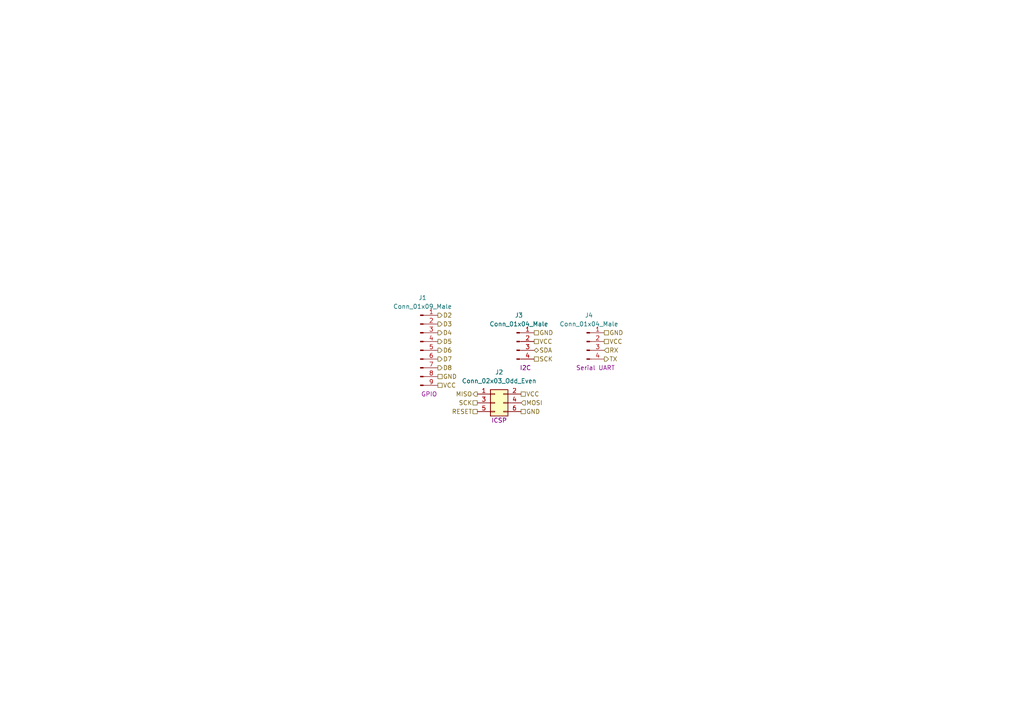
<source format=kicad_sch>
(kicad_sch (version 20211123) (generator eeschema)

  (uuid 443b023a-51d0-4819-a2c2-6ba23997c7b7)

  (paper "A4")

  (lib_symbols
    (symbol "Connector:Conn_01x04_Male" (pin_names (offset 1.016) hide) (in_bom yes) (on_board yes)
      (property "Reference" "J" (id 0) (at 0 5.08 0)
        (effects (font (size 1.27 1.27)))
      )
      (property "Value" "Conn_01x04_Male" (id 1) (at 0 -7.62 0)
        (effects (font (size 1.27 1.27)))
      )
      (property "Footprint" "" (id 2) (at 0 0 0)
        (effects (font (size 1.27 1.27)) hide)
      )
      (property "Datasheet" "~" (id 3) (at 0 0 0)
        (effects (font (size 1.27 1.27)) hide)
      )
      (property "ki_keywords" "connector" (id 4) (at 0 0 0)
        (effects (font (size 1.27 1.27)) hide)
      )
      (property "ki_description" "Generic connector, single row, 01x04, script generated (kicad-library-utils/schlib/autogen/connector/)" (id 5) (at 0 0 0)
        (effects (font (size 1.27 1.27)) hide)
      )
      (property "ki_fp_filters" "Connector*:*_1x??_*" (id 6) (at 0 0 0)
        (effects (font (size 1.27 1.27)) hide)
      )
      (symbol "Conn_01x04_Male_1_1"
        (polyline
          (pts
            (xy 1.27 -5.08)
            (xy 0.8636 -5.08)
          )
          (stroke (width 0.1524) (type default) (color 0 0 0 0))
          (fill (type none))
        )
        (polyline
          (pts
            (xy 1.27 -2.54)
            (xy 0.8636 -2.54)
          )
          (stroke (width 0.1524) (type default) (color 0 0 0 0))
          (fill (type none))
        )
        (polyline
          (pts
            (xy 1.27 0)
            (xy 0.8636 0)
          )
          (stroke (width 0.1524) (type default) (color 0 0 0 0))
          (fill (type none))
        )
        (polyline
          (pts
            (xy 1.27 2.54)
            (xy 0.8636 2.54)
          )
          (stroke (width 0.1524) (type default) (color 0 0 0 0))
          (fill (type none))
        )
        (rectangle (start 0.8636 -4.953) (end 0 -5.207)
          (stroke (width 0.1524) (type default) (color 0 0 0 0))
          (fill (type outline))
        )
        (rectangle (start 0.8636 -2.413) (end 0 -2.667)
          (stroke (width 0.1524) (type default) (color 0 0 0 0))
          (fill (type outline))
        )
        (rectangle (start 0.8636 0.127) (end 0 -0.127)
          (stroke (width 0.1524) (type default) (color 0 0 0 0))
          (fill (type outline))
        )
        (rectangle (start 0.8636 2.667) (end 0 2.413)
          (stroke (width 0.1524) (type default) (color 0 0 0 0))
          (fill (type outline))
        )
        (pin passive line (at 5.08 2.54 180) (length 3.81)
          (name "Pin_1" (effects (font (size 1.27 1.27))))
          (number "1" (effects (font (size 1.27 1.27))))
        )
        (pin passive line (at 5.08 0 180) (length 3.81)
          (name "Pin_2" (effects (font (size 1.27 1.27))))
          (number "2" (effects (font (size 1.27 1.27))))
        )
        (pin passive line (at 5.08 -2.54 180) (length 3.81)
          (name "Pin_3" (effects (font (size 1.27 1.27))))
          (number "3" (effects (font (size 1.27 1.27))))
        )
        (pin passive line (at 5.08 -5.08 180) (length 3.81)
          (name "Pin_4" (effects (font (size 1.27 1.27))))
          (number "4" (effects (font (size 1.27 1.27))))
        )
      )
    )
    (symbol "Connector:Conn_01x09_Male" (pin_names (offset 1.016) hide) (in_bom yes) (on_board yes)
      (property "Reference" "J" (id 0) (at 0 12.7 0)
        (effects (font (size 1.27 1.27)))
      )
      (property "Value" "Conn_01x09_Male" (id 1) (at 0 -12.7 0)
        (effects (font (size 1.27 1.27)))
      )
      (property "Footprint" "" (id 2) (at 0 0 0)
        (effects (font (size 1.27 1.27)) hide)
      )
      (property "Datasheet" "~" (id 3) (at 0 0 0)
        (effects (font (size 1.27 1.27)) hide)
      )
      (property "ki_keywords" "connector" (id 4) (at 0 0 0)
        (effects (font (size 1.27 1.27)) hide)
      )
      (property "ki_description" "Generic connector, single row, 01x09, script generated (kicad-library-utils/schlib/autogen/connector/)" (id 5) (at 0 0 0)
        (effects (font (size 1.27 1.27)) hide)
      )
      (property "ki_fp_filters" "Connector*:*_1x??_*" (id 6) (at 0 0 0)
        (effects (font (size 1.27 1.27)) hide)
      )
      (symbol "Conn_01x09_Male_1_1"
        (polyline
          (pts
            (xy 1.27 -10.16)
            (xy 0.8636 -10.16)
          )
          (stroke (width 0.1524) (type default) (color 0 0 0 0))
          (fill (type none))
        )
        (polyline
          (pts
            (xy 1.27 -7.62)
            (xy 0.8636 -7.62)
          )
          (stroke (width 0.1524) (type default) (color 0 0 0 0))
          (fill (type none))
        )
        (polyline
          (pts
            (xy 1.27 -5.08)
            (xy 0.8636 -5.08)
          )
          (stroke (width 0.1524) (type default) (color 0 0 0 0))
          (fill (type none))
        )
        (polyline
          (pts
            (xy 1.27 -2.54)
            (xy 0.8636 -2.54)
          )
          (stroke (width 0.1524) (type default) (color 0 0 0 0))
          (fill (type none))
        )
        (polyline
          (pts
            (xy 1.27 0)
            (xy 0.8636 0)
          )
          (stroke (width 0.1524) (type default) (color 0 0 0 0))
          (fill (type none))
        )
        (polyline
          (pts
            (xy 1.27 2.54)
            (xy 0.8636 2.54)
          )
          (stroke (width 0.1524) (type default) (color 0 0 0 0))
          (fill (type none))
        )
        (polyline
          (pts
            (xy 1.27 5.08)
            (xy 0.8636 5.08)
          )
          (stroke (width 0.1524) (type default) (color 0 0 0 0))
          (fill (type none))
        )
        (polyline
          (pts
            (xy 1.27 7.62)
            (xy 0.8636 7.62)
          )
          (stroke (width 0.1524) (type default) (color 0 0 0 0))
          (fill (type none))
        )
        (polyline
          (pts
            (xy 1.27 10.16)
            (xy 0.8636 10.16)
          )
          (stroke (width 0.1524) (type default) (color 0 0 0 0))
          (fill (type none))
        )
        (rectangle (start 0.8636 -10.033) (end 0 -10.287)
          (stroke (width 0.1524) (type default) (color 0 0 0 0))
          (fill (type outline))
        )
        (rectangle (start 0.8636 -7.493) (end 0 -7.747)
          (stroke (width 0.1524) (type default) (color 0 0 0 0))
          (fill (type outline))
        )
        (rectangle (start 0.8636 -4.953) (end 0 -5.207)
          (stroke (width 0.1524) (type default) (color 0 0 0 0))
          (fill (type outline))
        )
        (rectangle (start 0.8636 -2.413) (end 0 -2.667)
          (stroke (width 0.1524) (type default) (color 0 0 0 0))
          (fill (type outline))
        )
        (rectangle (start 0.8636 0.127) (end 0 -0.127)
          (stroke (width 0.1524) (type default) (color 0 0 0 0))
          (fill (type outline))
        )
        (rectangle (start 0.8636 2.667) (end 0 2.413)
          (stroke (width 0.1524) (type default) (color 0 0 0 0))
          (fill (type outline))
        )
        (rectangle (start 0.8636 5.207) (end 0 4.953)
          (stroke (width 0.1524) (type default) (color 0 0 0 0))
          (fill (type outline))
        )
        (rectangle (start 0.8636 7.747) (end 0 7.493)
          (stroke (width 0.1524) (type default) (color 0 0 0 0))
          (fill (type outline))
        )
        (rectangle (start 0.8636 10.287) (end 0 10.033)
          (stroke (width 0.1524) (type default) (color 0 0 0 0))
          (fill (type outline))
        )
        (pin passive line (at 5.08 10.16 180) (length 3.81)
          (name "Pin_1" (effects (font (size 1.27 1.27))))
          (number "1" (effects (font (size 1.27 1.27))))
        )
        (pin passive line (at 5.08 7.62 180) (length 3.81)
          (name "Pin_2" (effects (font (size 1.27 1.27))))
          (number "2" (effects (font (size 1.27 1.27))))
        )
        (pin passive line (at 5.08 5.08 180) (length 3.81)
          (name "Pin_3" (effects (font (size 1.27 1.27))))
          (number "3" (effects (font (size 1.27 1.27))))
        )
        (pin passive line (at 5.08 2.54 180) (length 3.81)
          (name "Pin_4" (effects (font (size 1.27 1.27))))
          (number "4" (effects (font (size 1.27 1.27))))
        )
        (pin passive line (at 5.08 0 180) (length 3.81)
          (name "Pin_5" (effects (font (size 1.27 1.27))))
          (number "5" (effects (font (size 1.27 1.27))))
        )
        (pin passive line (at 5.08 -2.54 180) (length 3.81)
          (name "Pin_6" (effects (font (size 1.27 1.27))))
          (number "6" (effects (font (size 1.27 1.27))))
        )
        (pin passive line (at 5.08 -5.08 180) (length 3.81)
          (name "Pin_7" (effects (font (size 1.27 1.27))))
          (number "7" (effects (font (size 1.27 1.27))))
        )
        (pin passive line (at 5.08 -7.62 180) (length 3.81)
          (name "Pin_8" (effects (font (size 1.27 1.27))))
          (number "8" (effects (font (size 1.27 1.27))))
        )
        (pin passive line (at 5.08 -10.16 180) (length 3.81)
          (name "Pin_9" (effects (font (size 1.27 1.27))))
          (number "9" (effects (font (size 1.27 1.27))))
        )
      )
    )
    (symbol "Connector_Generic:Conn_02x03_Odd_Even" (pin_names (offset 1.016) hide) (in_bom yes) (on_board yes)
      (property "Reference" "J" (id 0) (at 1.27 5.08 0)
        (effects (font (size 1.27 1.27)))
      )
      (property "Value" "Conn_02x03_Odd_Even" (id 1) (at 1.27 -5.08 0)
        (effects (font (size 1.27 1.27)))
      )
      (property "Footprint" "" (id 2) (at 0 0 0)
        (effects (font (size 1.27 1.27)) hide)
      )
      (property "Datasheet" "~" (id 3) (at 0 0 0)
        (effects (font (size 1.27 1.27)) hide)
      )
      (property "ki_keywords" "connector" (id 4) (at 0 0 0)
        (effects (font (size 1.27 1.27)) hide)
      )
      (property "ki_description" "Generic connector, double row, 02x03, odd/even pin numbering scheme (row 1 odd numbers, row 2 even numbers), script generated (kicad-library-utils/schlib/autogen/connector/)" (id 5) (at 0 0 0)
        (effects (font (size 1.27 1.27)) hide)
      )
      (property "ki_fp_filters" "Connector*:*_2x??_*" (id 6) (at 0 0 0)
        (effects (font (size 1.27 1.27)) hide)
      )
      (symbol "Conn_02x03_Odd_Even_1_1"
        (rectangle (start -1.27 -2.413) (end 0 -2.667)
          (stroke (width 0.1524) (type default) (color 0 0 0 0))
          (fill (type none))
        )
        (rectangle (start -1.27 0.127) (end 0 -0.127)
          (stroke (width 0.1524) (type default) (color 0 0 0 0))
          (fill (type none))
        )
        (rectangle (start -1.27 2.667) (end 0 2.413)
          (stroke (width 0.1524) (type default) (color 0 0 0 0))
          (fill (type none))
        )
        (rectangle (start -1.27 3.81) (end 3.81 -3.81)
          (stroke (width 0.254) (type default) (color 0 0 0 0))
          (fill (type background))
        )
        (rectangle (start 3.81 -2.413) (end 2.54 -2.667)
          (stroke (width 0.1524) (type default) (color 0 0 0 0))
          (fill (type none))
        )
        (rectangle (start 3.81 0.127) (end 2.54 -0.127)
          (stroke (width 0.1524) (type default) (color 0 0 0 0))
          (fill (type none))
        )
        (rectangle (start 3.81 2.667) (end 2.54 2.413)
          (stroke (width 0.1524) (type default) (color 0 0 0 0))
          (fill (type none))
        )
        (pin passive line (at -5.08 2.54 0) (length 3.81)
          (name "Pin_1" (effects (font (size 1.27 1.27))))
          (number "1" (effects (font (size 1.27 1.27))))
        )
        (pin passive line (at 7.62 2.54 180) (length 3.81)
          (name "Pin_2" (effects (font (size 1.27 1.27))))
          (number "2" (effects (font (size 1.27 1.27))))
        )
        (pin passive line (at -5.08 0 0) (length 3.81)
          (name "Pin_3" (effects (font (size 1.27 1.27))))
          (number "3" (effects (font (size 1.27 1.27))))
        )
        (pin passive line (at 7.62 0 180) (length 3.81)
          (name "Pin_4" (effects (font (size 1.27 1.27))))
          (number "4" (effects (font (size 1.27 1.27))))
        )
        (pin passive line (at -5.08 -2.54 0) (length 3.81)
          (name "Pin_5" (effects (font (size 1.27 1.27))))
          (number "5" (effects (font (size 1.27 1.27))))
        )
        (pin passive line (at 7.62 -2.54 180) (length 3.81)
          (name "Pin_6" (effects (font (size 1.27 1.27))))
          (number "6" (effects (font (size 1.27 1.27))))
        )
      )
    )
  )


  (hierarchical_label "D6" (shape output) (at 127 101.6 0)
    (effects (font (size 1.27 1.27)) (justify left))
    (uuid 17082b28-d328-4609-a538-1c8638dde129)
  )
  (hierarchical_label "D5" (shape output) (at 127 99.06 0)
    (effects (font (size 1.27 1.27)) (justify left))
    (uuid 1c8d2608-2c87-40db-b6d2-36cc99a7eab2)
  )
  (hierarchical_label "D4" (shape output) (at 127 96.52 0)
    (effects (font (size 1.27 1.27)) (justify left))
    (uuid 238ad239-4fa6-4e93-9901-cd3c55fb01bc)
  )
  (hierarchical_label "D8" (shape output) (at 127 106.68 0)
    (effects (font (size 1.27 1.27)) (justify left))
    (uuid 2d2bc496-4e71-4f29-be92-705b5ca279fb)
  )
  (hierarchical_label "TX" (shape output) (at 175.26 104.14 0)
    (effects (font (size 1.27 1.27)) (justify left))
    (uuid 34565e44-d6c2-49db-ada6-c83eb0899d40)
  )
  (hierarchical_label "GND" (shape passive) (at 175.26 96.52 0)
    (effects (font (size 1.27 1.27)) (justify left))
    (uuid 3f0a6949-ab12-450a-8474-78a942186a5a)
  )
  (hierarchical_label "GND" (shape passive) (at 127 109.22 0)
    (effects (font (size 1.27 1.27)) (justify left))
    (uuid 496e6dbb-3909-4408-b235-4d0a095d0f4e)
  )
  (hierarchical_label "VCC" (shape passive) (at 175.26 99.06 0)
    (effects (font (size 1.27 1.27)) (justify left))
    (uuid 508a33f3-5e65-474b-9ad2-19c329607e37)
  )
  (hierarchical_label "D7" (shape output) (at 127 104.14 0)
    (effects (font (size 1.27 1.27)) (justify left))
    (uuid 5161e055-1e23-4874-8e24-82916efc9c74)
  )
  (hierarchical_label "D3" (shape output) (at 127 93.98 0)
    (effects (font (size 1.27 1.27)) (justify left))
    (uuid 52e64426-0bd1-47a1-ac37-63edc82196a0)
  )
  (hierarchical_label "GND" (shape passive) (at 151.13 119.38 0)
    (effects (font (size 1.27 1.27)) (justify left))
    (uuid 67b9fc70-da4f-457d-b814-2a5398c5ddd8)
  )
  (hierarchical_label "SCK" (shape passive) (at 154.94 104.14 0)
    (effects (font (size 1.27 1.27)) (justify left))
    (uuid 7eda1868-e5e1-4365-93e0-7ac6ed279320)
  )
  (hierarchical_label "VCC" (shape passive) (at 154.94 99.06 0)
    (effects (font (size 1.27 1.27)) (justify left))
    (uuid a2c99045-ebdf-4ede-b0b0-6c8102812db4)
  )
  (hierarchical_label "MOSI" (shape input) (at 151.13 116.84 0)
    (effects (font (size 1.27 1.27)) (justify left))
    (uuid ac4cfa3d-c4a3-468a-ba35-27b8f231a5b7)
  )
  (hierarchical_label "RESET" (shape passive) (at 138.43 119.38 180)
    (effects (font (size 1.27 1.27)) (justify right))
    (uuid af303fc4-4390-4dd6-9b2e-01e70dab51e3)
  )
  (hierarchical_label "VCC" (shape passive) (at 127 111.76 0)
    (effects (font (size 1.27 1.27)) (justify left))
    (uuid b00d7058-e35d-430b-8665-a53c1c5e74dd)
  )
  (hierarchical_label "SCK" (shape passive) (at 138.43 116.84 180)
    (effects (font (size 1.27 1.27)) (justify right))
    (uuid b87d2dde-1b01-411e-942f-f928a897dfce)
  )
  (hierarchical_label "GND" (shape passive) (at 154.94 96.52 0)
    (effects (font (size 1.27 1.27)) (justify left))
    (uuid bc90bd0c-da17-4de2-815e-9240eb7399de)
  )
  (hierarchical_label "VCC" (shape passive) (at 151.13 114.3 0)
    (effects (font (size 1.27 1.27)) (justify left))
    (uuid be896298-ca2a-479d-80f6-2950eead2899)
  )
  (hierarchical_label "SDA" (shape bidirectional) (at 154.94 101.6 0)
    (effects (font (size 1.27 1.27)) (justify left))
    (uuid bf784194-afa4-43a9-8ab1-5a098f3e55a2)
  )
  (hierarchical_label "D2" (shape output) (at 127 91.44 0)
    (effects (font (size 1.27 1.27)) (justify left))
    (uuid e5b8944f-aa89-4f2a-bd11-d288c4e9904f)
  )
  (hierarchical_label "MISO" (shape output) (at 138.43 114.3 180)
    (effects (font (size 1.27 1.27)) (justify right))
    (uuid f1ac11b9-146d-4699-a4bf-0d86024d6548)
  )
  (hierarchical_label "RX" (shape input) (at 175.26 101.6 0)
    (effects (font (size 1.27 1.27)) (justify left))
    (uuid fa48e8c2-f8d0-47e6-ab21-b03f5d58ccbe)
  )

  (symbol (lib_id "Connector:Conn_01x04_Male") (at 149.86 99.06 0) (unit 1)
    (in_bom yes) (on_board yes)
    (uuid 1a572372-b247-40e1-9f85-680ce3db8527)
    (property "Reference" "J3" (id 0) (at 150.495 91.44 0))
    (property "Value" "Conn_01x04_Male" (id 1) (at 150.495 93.98 0))
    (property "Footprint" "Connector_PinHeader_2.54mm:PinHeader_1x04_P2.54mm_Vertical" (id 2) (at 149.86 99.06 0)
      (effects (font (size 1.27 1.27)) hide)
    )
    (property "Datasheet" "I2C" (id 3) (at 152.4 106.68 0))
    (pin "1" (uuid 3fd6fb98-da6e-4d09-9404-d41519abf121))
    (pin "2" (uuid d928c70d-e908-4676-aeb6-24918510c763))
    (pin "3" (uuid 335df165-583e-4b0a-aa98-6e201959a825))
    (pin "4" (uuid 521990ee-99ea-4da1-a757-c8c28e1db60c))
  )

  (symbol (lib_id "Connector_Generic:Conn_02x03_Odd_Even") (at 143.51 116.84 0) (unit 1)
    (in_bom yes) (on_board yes)
    (uuid ab277829-f8ac-4041-9eab-bd1686362a54)
    (property "Reference" "J2" (id 0) (at 144.78 107.95 0))
    (property "Value" "Conn_02x03_Odd_Even" (id 1) (at 144.78 110.49 0))
    (property "Footprint" "Connector_PinHeader_2.54mm:PinHeader_2x03_P2.54mm_Vertical" (id 2) (at 143.51 116.84 0)
      (effects (font (size 1.27 1.27)) hide)
    )
    (property "Datasheet" "ICSP" (id 3) (at 144.78 121.92 0))
    (pin "1" (uuid 0812a65f-033e-4cb7-8ed9-fb9bb0c5fa14))
    (pin "2" (uuid bc3de63f-b1cd-4daa-8e34-ae2247ca3338))
    (pin "3" (uuid 3771683f-8e74-4048-84b1-b6b560cfc8e8))
    (pin "4" (uuid baf85fb5-b016-4dea-afed-eef08f243b85))
    (pin "5" (uuid f789d22c-c435-4931-8655-d71f2b6109ae))
    (pin "6" (uuid 27713a0d-30f5-451c-912a-eb3a24c3dad9))
  )

  (symbol (lib_id "Connector:Conn_01x09_Male") (at 121.92 101.6 0) (unit 1)
    (in_bom yes) (on_board yes)
    (uuid d79d0327-1a7b-4f92-b5e0-d01546d956c2)
    (property "Reference" "J1" (id 0) (at 122.555 86.36 0))
    (property "Value" "Conn_01x09_Male" (id 1) (at 122.555 88.9 0))
    (property "Footprint" "Connector_PinHeader_2.54mm:PinHeader_1x09_P2.54mm_Vertical" (id 2) (at 121.92 101.6 0)
      (effects (font (size 1.27 1.27)) hide)
    )
    (property "Datasheet" "GPIO" (id 3) (at 124.46 114.3 0))
    (pin "1" (uuid 25f38c78-50e8-4b59-b53f-252c1a5c95e0))
    (pin "2" (uuid a4d6da06-cb40-463b-a0ab-163856776fcb))
    (pin "3" (uuid 34742624-625c-4c76-af2f-037106c69b3e))
    (pin "4" (uuid 6bd8d2a0-6fcf-4051-a5a7-895333f26c43))
    (pin "5" (uuid fd046544-2d27-4486-92b2-2d82360b17c0))
    (pin "6" (uuid f4e5f730-8837-46ed-b519-8612e8b960ac))
    (pin "7" (uuid 15d1b24f-8e56-4ddc-b486-27744fb9d017))
    (pin "8" (uuid 8485ea9c-c1b4-4249-8089-5ce8dcdc903d))
    (pin "9" (uuid 03d4ef2d-2e7d-433f-9e75-937fa7c51635))
  )

  (symbol (lib_id "Connector:Conn_01x04_Male") (at 170.18 99.06 0) (unit 1)
    (in_bom yes) (on_board yes)
    (uuid e0982bdb-ad6a-4056-8210-f1f668c1b7d9)
    (property "Reference" "J4" (id 0) (at 170.815 91.44 0))
    (property "Value" "Conn_01x04_Male" (id 1) (at 170.815 93.98 0))
    (property "Footprint" "Connector_PinHeader_2.54mm:PinHeader_1x04_P2.54mm_Vertical" (id 2) (at 170.18 99.06 0)
      (effects (font (size 1.27 1.27)) hide)
    )
    (property "Datasheet" "Serial UART" (id 3) (at 172.72 106.68 0))
    (pin "1" (uuid 64b448c9-c779-4e72-ba2e-0203950422ee))
    (pin "2" (uuid 5c84c131-70c9-43ea-9147-342a077a32da))
    (pin "3" (uuid 2fe0703e-23d4-49c5-a1ab-39a54938b066))
    (pin "4" (uuid 4b0ab573-22a8-4b0c-862e-7a554f5d3037))
  )
)

</source>
